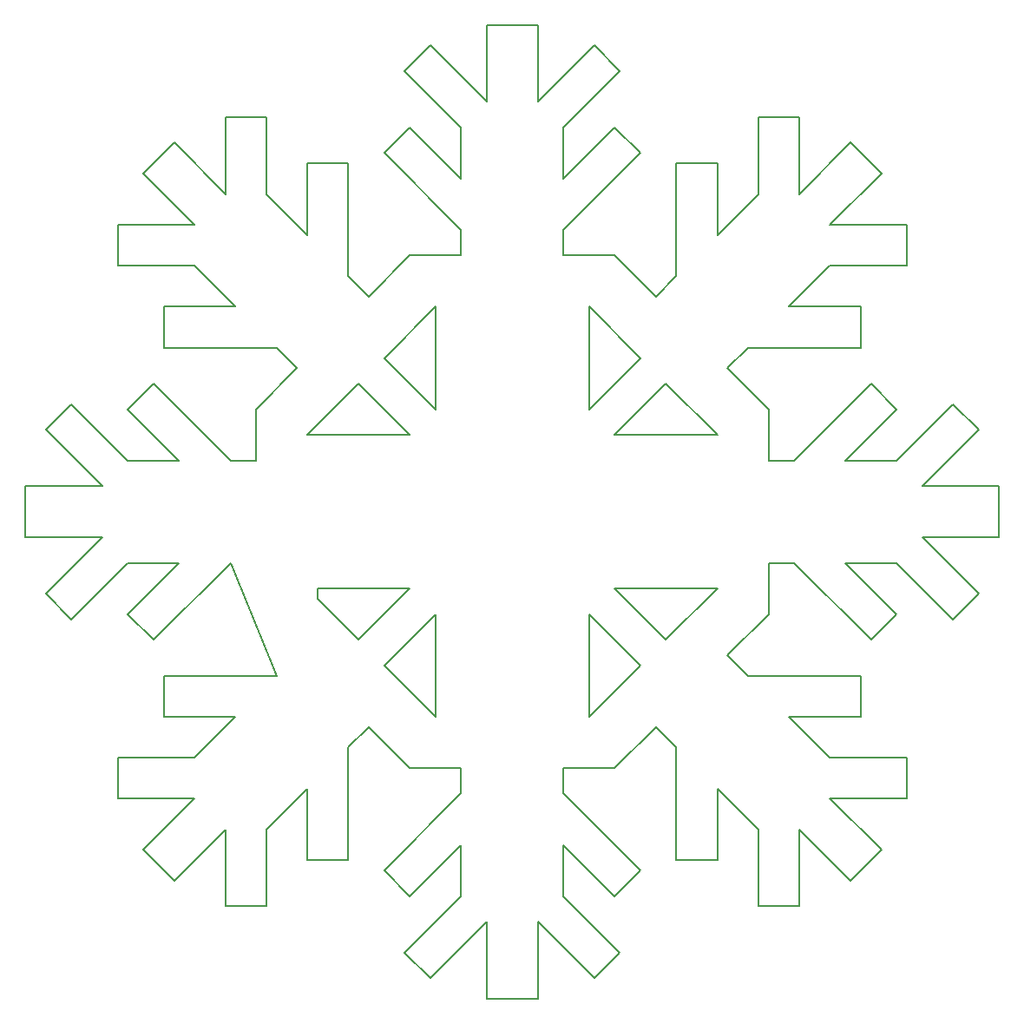
<source format=gm1>
G04 #@! TF.FileFunction,Profile,NP*
%FSLAX46Y46*%
G04 Gerber Fmt 4.6, Leading zero omitted, Abs format (unit mm)*
G04 Created by KiCad (PCBNEW 4.0.4-stable) date Monday, 07 November 2016 'AMt' 01:22:43*
%MOMM*%
%LPD*%
G01*
G04 APERTURE LIST*
%ADD10C,0.100000*%
%ADD11C,0.200000*%
G04 APERTURE END LIST*
D10*
D11*
X111000000Y-118500000D02*
X115000000Y-122500000D01*
X111000000Y-117500000D02*
X120000000Y-117500000D01*
X111000000Y-117500000D02*
X111000000Y-118500000D01*
X107000000Y-126000000D02*
X102500000Y-115000000D01*
X122500000Y-130000000D02*
X122500000Y-120000000D01*
X117500000Y-125000000D02*
X122500000Y-130000000D01*
X122500000Y-120000000D02*
X117500000Y-125000000D01*
X115000000Y-122500000D02*
X120000000Y-117500000D01*
X137500000Y-130000000D02*
X137500000Y-120000000D01*
X142500000Y-125000000D02*
X137500000Y-130000000D01*
X137500000Y-120000000D02*
X142500000Y-125000000D01*
X145000000Y-122500000D02*
X150000000Y-117500000D01*
X140000000Y-117500000D02*
X145000000Y-122500000D01*
X150000000Y-117500000D02*
X140000000Y-117500000D01*
X150000000Y-102500000D02*
X140000000Y-102500000D01*
X145000000Y-97500000D02*
X150000000Y-102500000D01*
X140000000Y-102500000D02*
X145000000Y-97500000D01*
X142500000Y-95000000D02*
X137500000Y-100000000D01*
X137500000Y-90000000D02*
X142500000Y-95000000D01*
X137500000Y-100000000D02*
X137500000Y-90000000D01*
X122500000Y-90000000D02*
X122500000Y-100000000D01*
X117500000Y-95000000D02*
X122500000Y-90000000D01*
X122500000Y-100000000D02*
X117500000Y-95000000D01*
X115000000Y-97500000D02*
X120000000Y-102500000D01*
X110000000Y-102500000D02*
X115000000Y-97500000D01*
X120000000Y-102500000D02*
X110000000Y-102500000D01*
X163000000Y-146000000D02*
X158000000Y-141000000D01*
X166000000Y-143000000D02*
X163000000Y-146000000D01*
X161000000Y-138000000D02*
X166000000Y-143000000D01*
X97000000Y-146000000D02*
X102000000Y-141000000D01*
X94000000Y-143000000D02*
X97000000Y-146000000D01*
X99000000Y-138000000D02*
X94000000Y-143000000D01*
X166000000Y-77000000D02*
X161000000Y-82000000D01*
X163000000Y-74000000D02*
X166000000Y-77000000D01*
X158000000Y-79000000D02*
X163000000Y-74000000D01*
X91500000Y-86000000D02*
X99000000Y-86000000D01*
X91500000Y-82000000D02*
X91500000Y-86000000D01*
X99000000Y-82000000D02*
X91500000Y-82000000D01*
X94000000Y-77000000D02*
X99000000Y-82000000D01*
X97000000Y-74000000D02*
X94000000Y-77000000D01*
X102000000Y-79000000D02*
X97000000Y-74000000D01*
X102000000Y-71500000D02*
X102000000Y-79000000D01*
X106000000Y-71500000D02*
X102000000Y-71500000D01*
X106000000Y-79000000D02*
X106000000Y-71500000D01*
X120000000Y-85000000D02*
X125000000Y-85000000D01*
X116000000Y-89000000D02*
X120000000Y-85000000D01*
X105000000Y-100000000D02*
X105000000Y-105000000D01*
X109000000Y-96000000D02*
X105000000Y-100000000D01*
X120000000Y-135000000D02*
X125000000Y-135000000D01*
X116000000Y-131000000D02*
X120000000Y-135000000D01*
X140000000Y-135000000D02*
X135000000Y-135000000D01*
X144000000Y-131000000D02*
X140000000Y-135000000D01*
X155000000Y-120000000D02*
X151000000Y-124000000D01*
X155000000Y-115000000D02*
X155000000Y-120000000D01*
X155000000Y-100000000D02*
X155000000Y-105000000D01*
X151000000Y-96000000D02*
X155000000Y-100000000D01*
X140000000Y-85000000D02*
X144000000Y-89000000D01*
X135000000Y-85000000D02*
X140000000Y-85000000D01*
X140500000Y-67000000D02*
X135000000Y-72500000D01*
X138000000Y-64500000D02*
X140500000Y-67000000D01*
X132500000Y-70000000D02*
X138000000Y-64500000D01*
X122000000Y-64500000D02*
X127500000Y-70000000D01*
X119500000Y-67000000D02*
X122000000Y-64500000D01*
X125000000Y-72500000D02*
X119500000Y-67000000D01*
X132500000Y-157500000D02*
X132500000Y-150000000D01*
X127500000Y-157500000D02*
X132500000Y-157500000D01*
X127500000Y-150000000D02*
X127500000Y-157500000D01*
X132500000Y-62500000D02*
X132500000Y-70000000D01*
X127500000Y-62500000D02*
X132500000Y-62500000D01*
X127500000Y-70000000D02*
X127500000Y-62500000D01*
X177500000Y-112500000D02*
X170000000Y-112500000D01*
X177500000Y-107500000D02*
X177500000Y-112500000D01*
X170000000Y-107500000D02*
X177500000Y-107500000D01*
X82500000Y-112500000D02*
X90000000Y-112500000D01*
X82500000Y-107500000D02*
X82500000Y-112500000D01*
X90000000Y-107500000D02*
X82500000Y-107500000D01*
X162500000Y-115000000D02*
X167500000Y-115000000D01*
X155000000Y-115000000D02*
X157500000Y-115000000D01*
X162500000Y-105000000D02*
X167500000Y-105000000D01*
X155000000Y-105000000D02*
X157500000Y-105000000D01*
X92500000Y-115000000D02*
X97500000Y-115000000D01*
X102500000Y-105000000D02*
X105000000Y-105000000D01*
X92500000Y-105000000D02*
X97500000Y-105000000D01*
X135000000Y-142500000D02*
X135000000Y-147500000D01*
X135000000Y-135000000D02*
X135000000Y-137500000D01*
X125000000Y-142500000D02*
X125000000Y-147500000D01*
X125000000Y-135000000D02*
X125000000Y-137500000D01*
X135000000Y-72500000D02*
X135000000Y-77500000D01*
X135000000Y-82500000D02*
X135000000Y-85000000D01*
X125000000Y-82500000D02*
X125000000Y-85000000D01*
X125000000Y-72500000D02*
X125000000Y-77500000D01*
X153000000Y-94000000D02*
X151000000Y-96000000D01*
X161000000Y-86000000D02*
X157000000Y-90000000D01*
X150000000Y-83000000D02*
X154000000Y-79000000D01*
X144000000Y-89000000D02*
X146000000Y-87000000D01*
X150000000Y-137000000D02*
X154000000Y-141000000D01*
X144000000Y-131000000D02*
X146000000Y-133000000D01*
X157000000Y-130000000D02*
X161000000Y-134000000D01*
X151000000Y-124000000D02*
X153000000Y-126000000D01*
X110000000Y-137000000D02*
X106000000Y-141000000D01*
X116000000Y-131000000D02*
X114000000Y-133000000D01*
X103000000Y-130000000D02*
X99000000Y-134000000D01*
X107000000Y-94000000D02*
X109000000Y-96000000D01*
X99000000Y-86000000D02*
X103000000Y-90000000D01*
X114000000Y-87000000D02*
X116000000Y-89000000D01*
X106000000Y-79000000D02*
X110000000Y-83000000D01*
X146000000Y-76000000D02*
X146000000Y-87000000D01*
X150000000Y-76000000D02*
X146000000Y-76000000D01*
X150000000Y-83000000D02*
X150000000Y-76000000D01*
X164000000Y-94000000D02*
X153000000Y-94000000D01*
X164000000Y-90000000D02*
X164000000Y-94000000D01*
X157000000Y-90000000D02*
X164000000Y-90000000D01*
X164000000Y-126000000D02*
X153000000Y-126000000D01*
X164000000Y-130000000D02*
X164000000Y-126000000D01*
X157000000Y-130000000D02*
X164000000Y-130000000D01*
X146000000Y-144000000D02*
X146000000Y-133000000D01*
X150000000Y-144000000D02*
X146000000Y-144000000D01*
X150000000Y-137000000D02*
X150000000Y-144000000D01*
X114000000Y-144000000D02*
X114000000Y-133000000D01*
X110000000Y-144000000D02*
X114000000Y-144000000D01*
X110000000Y-137000000D02*
X110000000Y-144000000D01*
X96000000Y-126000000D02*
X107000000Y-126000000D01*
X96000000Y-130000000D02*
X96000000Y-126000000D01*
X103000000Y-130000000D02*
X96000000Y-130000000D01*
X96000000Y-94000000D02*
X107000000Y-94000000D01*
X96000000Y-90000000D02*
X96000000Y-94000000D01*
X103000000Y-90000000D02*
X96000000Y-90000000D01*
X114000000Y-76000000D02*
X114000000Y-87000000D01*
X110000000Y-76000000D02*
X114000000Y-76000000D01*
X110000000Y-83000000D02*
X110000000Y-76000000D01*
X95000000Y-97500000D02*
X102500000Y-105000000D01*
X92500000Y-100000000D02*
X95000000Y-97500000D01*
X97500000Y-105000000D02*
X92500000Y-100000000D01*
X95000000Y-122500000D02*
X102500000Y-115000000D01*
X92500000Y-120000000D02*
X95000000Y-122500000D01*
X97500000Y-115000000D02*
X92500000Y-120000000D01*
X117500000Y-145000000D02*
X125000000Y-137500000D01*
X120000000Y-147500000D02*
X117500000Y-145000000D01*
X125000000Y-142500000D02*
X120000000Y-147500000D01*
X142500000Y-145000000D02*
X135000000Y-137500000D01*
X140000000Y-147500000D02*
X142500000Y-145000000D01*
X135000000Y-142500000D02*
X140000000Y-147500000D01*
X165000000Y-122500000D02*
X157500000Y-115000000D01*
X167500000Y-120000000D02*
X165000000Y-122500000D01*
X162500000Y-115000000D02*
X167500000Y-120000000D01*
X165000000Y-97500000D02*
X157500000Y-105000000D01*
X167500000Y-100000000D02*
X165000000Y-97500000D01*
X162500000Y-105000000D02*
X167500000Y-100000000D01*
X142500000Y-75000000D02*
X135000000Y-82500000D01*
X140000000Y-72500000D02*
X142500000Y-75000000D01*
X135000000Y-77500000D02*
X140000000Y-72500000D01*
X117500000Y-75000000D02*
X125000000Y-82500000D01*
X120000000Y-72500000D02*
X117500000Y-75000000D01*
X125000000Y-77500000D02*
X120000000Y-72500000D01*
X168500000Y-86000000D02*
X161000000Y-86000000D01*
X168500000Y-82000000D02*
X168500000Y-86000000D01*
X161000000Y-82000000D02*
X168500000Y-82000000D01*
X158000000Y-71500000D02*
X158000000Y-79000000D01*
X154000000Y-71500000D02*
X158000000Y-71500000D01*
X154000000Y-79000000D02*
X154000000Y-71500000D01*
X173000000Y-120500000D02*
X175500000Y-118000000D01*
X167500000Y-115000000D02*
X173000000Y-120500000D01*
X170000000Y-112500000D02*
X175500000Y-118000000D01*
X175500000Y-102000000D02*
X173000000Y-99500000D01*
X170000000Y-107500000D02*
X175500000Y-102000000D01*
X167500000Y-105000000D02*
X173000000Y-99500000D01*
X158000000Y-148500000D02*
X158000000Y-141000000D01*
X154000000Y-148500000D02*
X158000000Y-148500000D01*
X154000000Y-141000000D02*
X154000000Y-148500000D01*
X168500000Y-138000000D02*
X161000000Y-138000000D01*
X168500000Y-134000000D02*
X168500000Y-138000000D01*
X161000000Y-134000000D02*
X168500000Y-134000000D01*
X138000000Y-155500000D02*
X140500000Y-153000000D01*
X132500000Y-150000000D02*
X138000000Y-155500000D01*
X135000000Y-147500000D02*
X140500000Y-153000000D01*
X122000000Y-155500000D02*
X119500000Y-153000000D01*
X127500000Y-150000000D02*
X122000000Y-155500000D01*
X125000000Y-147500000D02*
X119500000Y-153000000D01*
X106000000Y-148500000D02*
X106000000Y-141000000D01*
X102000000Y-148500000D02*
X106000000Y-148500000D01*
X102000000Y-141000000D02*
X102000000Y-148500000D01*
X91500000Y-138000000D02*
X99000000Y-138000000D01*
X91500000Y-134000000D02*
X91500000Y-138000000D01*
X99000000Y-134000000D02*
X91500000Y-134000000D01*
X87000000Y-120500000D02*
X84500000Y-118000000D01*
X92500000Y-115000000D02*
X87000000Y-120500000D01*
X90000000Y-112500000D02*
X84500000Y-118000000D01*
X87000000Y-99500000D02*
X84500000Y-102000000D01*
X92500000Y-105000000D02*
X87000000Y-99500000D01*
X90000000Y-107500000D02*
X84500000Y-102000000D01*
M02*

</source>
